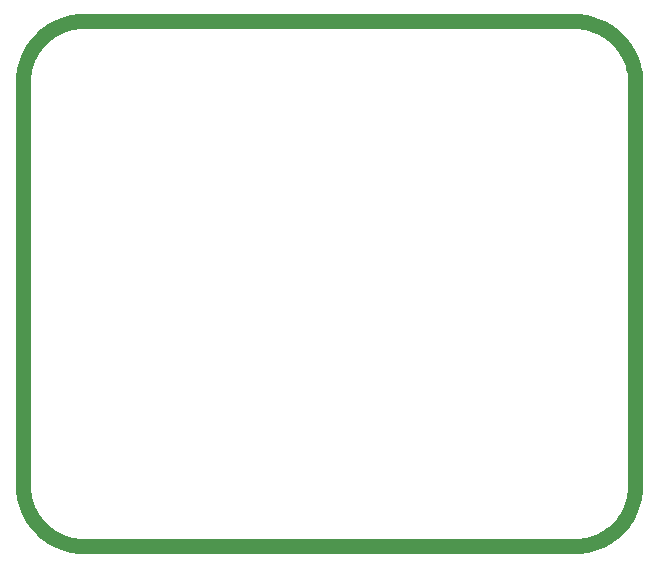
<source format=gm1>
G04*
G04 #@! TF.GenerationSoftware,Altium Limited,Altium Designer,22.2.1 (43)*
G04*
G04 Layer_Color=16711935*
%FSLAX25Y25*%
%MOIN*%
G70*
G04*
G04 #@! TF.SameCoordinates,8C13D30C-EDE4-482D-8627-422F1F93D62C*
G04*
G04*
G04 #@! TF.FilePolarity,Positive*
G04*
G01*
G75*
%ADD58C,0.05000*%
D58*
X468000Y259000D02*
X469013Y259026D01*
X470023Y259103D01*
X471029Y259231D01*
X472026Y259409D01*
X473013Y259639D01*
X473987Y259917D01*
X474946Y260245D01*
X475887Y260621D01*
X476808Y261044D01*
X477706Y261513D01*
X478579Y262027D01*
X479425Y262585D01*
X480242Y263184D01*
X481028Y263825D01*
X481779Y264504D01*
X482496Y265221D01*
X483175Y265973D01*
X483815Y266758D01*
X484415Y267575D01*
X484973Y268421D01*
X485487Y269294D01*
X485956Y270192D01*
X486379Y271113D01*
X486755Y272054D01*
X487083Y273013D01*
X487361Y273987D01*
X487591Y274974D01*
X487769Y275972D01*
X487897Y276977D01*
X487974Y277987D01*
X488000Y279000D01*
X284000D02*
X284026Y277987D01*
X284103Y276977D01*
X284231Y275971D01*
X284409Y274974D01*
X284639Y273987D01*
X284917Y273013D01*
X285245Y272054D01*
X285621Y271113D01*
X286044Y270192D01*
X286513Y269294D01*
X287027Y268421D01*
X287585Y267575D01*
X288184Y266758D01*
X288825Y265972D01*
X289504Y265221D01*
X290221Y264504D01*
X290973Y263825D01*
X291758Y263184D01*
X292575Y262585D01*
X293421Y262027D01*
X294294Y261513D01*
X295192Y261044D01*
X296113Y260621D01*
X297054Y260245D01*
X298013Y259917D01*
X298987Y259639D01*
X299974Y259409D01*
X300972Y259231D01*
X301977Y259103D01*
X302987Y259026D01*
X304000Y259000D01*
Y434000D02*
X302987Y433974D01*
X301977Y433897D01*
X300971Y433769D01*
X299974Y433591D01*
X298987Y433361D01*
X298013Y433083D01*
X297054Y432755D01*
X296113Y432379D01*
X295192Y431956D01*
X294294Y431487D01*
X293421Y430973D01*
X292575Y430415D01*
X291758Y429815D01*
X290972Y429175D01*
X290221Y428496D01*
X289504Y427779D01*
X288825Y427027D01*
X288184Y426242D01*
X287585Y425425D01*
X287027Y424579D01*
X286513Y423706D01*
X286044Y422808D01*
X285621Y421887D01*
X285245Y420946D01*
X284917Y419987D01*
X284639Y419013D01*
X284409Y418026D01*
X284231Y417029D01*
X284103Y416023D01*
X284026Y415013D01*
X284000Y414000D01*
X488000Y413515D02*
X487975Y414520D01*
X487901Y415523D01*
X487778Y416521D01*
X487606Y417511D01*
X487386Y418492D01*
X487118Y419461D01*
X486802Y420416D01*
X486441Y421354D01*
X486033Y422273D01*
X485581Y423171D01*
X485085Y424046D01*
X484548Y424896D01*
X483969Y425718D01*
X483350Y426510D01*
X482693Y427272D01*
X482000Y428000D01*
X481272Y428693D01*
X480510Y429350D01*
X479718Y429969D01*
X478896Y430548D01*
X478046Y431085D01*
X477171Y431581D01*
X476273Y432033D01*
X475354Y432441D01*
X474416Y432802D01*
X473461Y433118D01*
X472492Y433386D01*
X471511Y433606D01*
X470520Y433778D01*
X469523Y433901D01*
X468520Y433975D01*
X467515Y434000D01*
X304000Y259000D02*
X468000D01*
X304000Y434000D02*
X467515D01*
X488000Y279000D02*
X488000Y413515D01*
X284000Y279000D02*
X284000Y414000D01*
M02*

</source>
